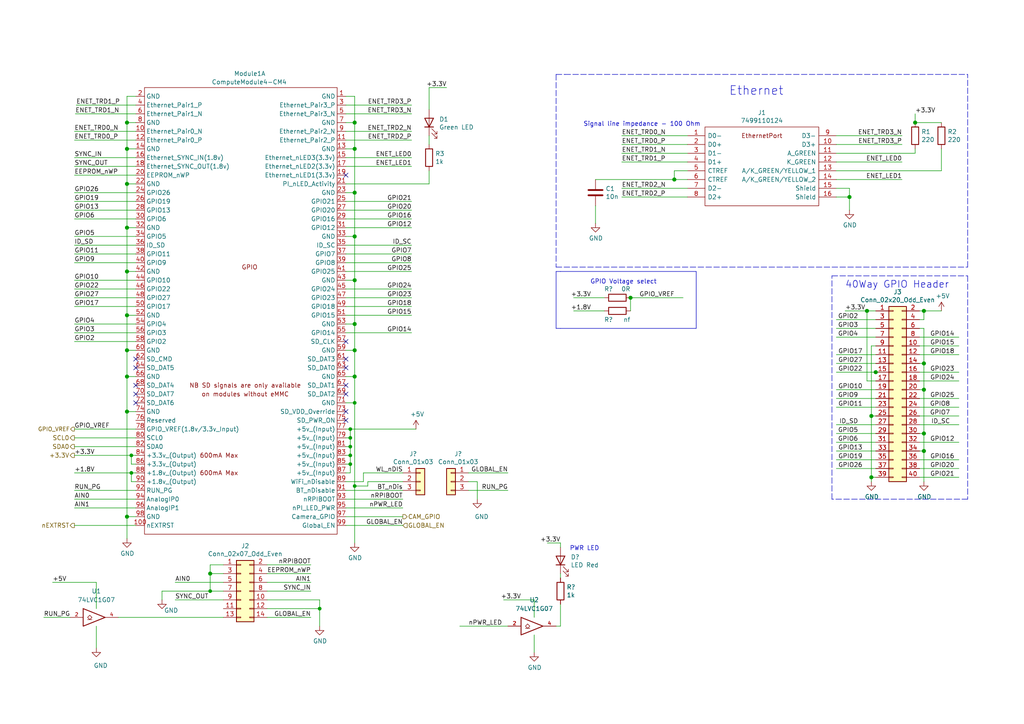
<source format=kicad_sch>
(kicad_sch (version 20210123) (generator eeschema)
  (paper "A4")
  (junction (at 36.83 35.56) (diameter 1.016))
  (junction (at 36.83 43.18) (diameter 1.016))
  (junction (at 36.83 53.34) (diameter 1.016))
  (junction (at 36.83 66.04) (diameter 1.016))
  (junction (at 36.83 78.74) (diameter 1.016))
  (junction (at 36.83 91.44) (diameter 1.016))
  (junction (at 36.83 101.6) (diameter 1.016))
  (junction (at 36.83 109.22) (diameter 1.016))
  (junction (at 36.83 119.38) (diameter 1.016))
  (junction (at 36.83 149.86) (diameter 1.016))
  (junction (at 38.1 132.08) (diameter 0.9144))
  (junction (at 38.1 137.16) (diameter 0.9144))
  (junction (at 60.96 166.37) (diameter 1.016))
  (junction (at 60.96 171.45) (diameter 0.9144))
  (junction (at 92.71 176.53) (diameter 0.9144))
  (junction (at 101.6 124.46) (diameter 0.9144))
  (junction (at 101.6 127) (diameter 0.9144))
  (junction (at 101.6 129.54) (diameter 0.9144))
  (junction (at 101.6 132.08) (diameter 0.9144))
  (junction (at 101.6 134.62) (diameter 0.9144))
  (junction (at 102.87 35.56) (diameter 1.016))
  (junction (at 102.87 43.18) (diameter 1.016))
  (junction (at 102.87 55.88) (diameter 1.016))
  (junction (at 102.87 68.58) (diameter 1.016))
  (junction (at 102.87 81.28) (diameter 1.016))
  (junction (at 102.87 93.98) (diameter 1.016))
  (junction (at 102.87 101.6) (diameter 1.016))
  (junction (at 102.87 109.22) (diameter 1.016))
  (junction (at 102.87 116.84) (diameter 0.9144))
  (junction (at 102.87 140.97) (diameter 0.9144))
  (junction (at 182.88 86.36) (diameter 1.016))
  (junction (at 195.58 52.07) (diameter 1.016))
  (junction (at 246.38 57.15) (diameter 1.016))
  (junction (at 251.46 90.17) (diameter 1.016))
  (junction (at 252.73 120.65) (diameter 1.016))
  (junction (at 252.73 138.43) (diameter 1.016))
  (junction (at 254 107.95) (diameter 1.016))
  (junction (at 265.43 35.56) (diameter 1.016))
  (junction (at 267.97 90.17) (diameter 1.016))
  (junction (at 267.97 105.41) (diameter 1.016))
  (junction (at 267.97 113.03) (diameter 1.016))
  (junction (at 267.97 125.73) (diameter 1.016))
  (junction (at 267.97 130.81) (diameter 1.016))
  (no_connect (at 39.37 104.14))
  (no_connect (at 39.37 106.68))
  (no_connect (at 39.37 111.76))
  (no_connect (at 39.37 114.3))
  (no_connect (at 39.37 116.84))
  (no_connect (at 100.33 50.8))
  (no_connect (at 100.33 99.06))
  (no_connect (at 100.33 104.14))
  (no_connect (at 100.33 106.68))
  (no_connect (at 100.33 111.76))
  (no_connect (at 100.33 114.3))
  (no_connect (at 100.33 119.38))
  (no_connect (at 100.33 121.92))
  (wire (pts (xy 12.7 179.07) (xy 20.32 179.07)))
  (wire (pts (xy 15.24 168.91) (xy 27.94 168.91)))
  (wire (pts (xy 21.59 38.1) (xy 39.37 38.1)))
  (wire (pts (xy 21.59 40.64) (xy 39.37 40.64)))
  (wire (pts (xy 21.59 45.72) (xy 39.37 45.72)))
  (wire (pts (xy 21.59 48.26) (xy 39.37 48.26)))
  (wire (pts (xy 21.59 50.8) (xy 39.37 50.8)))
  (wire (pts (xy 21.59 55.88) (xy 39.37 55.88)))
  (wire (pts (xy 21.59 58.42) (xy 39.37 58.42)))
  (wire (pts (xy 21.59 60.96) (xy 39.37 60.96)))
  (wire (pts (xy 21.59 63.5) (xy 39.37 63.5)))
  (wire (pts (xy 21.59 68.58) (xy 39.37 68.58)))
  (wire (pts (xy 21.59 71.12) (xy 39.37 71.12)))
  (wire (pts (xy 21.59 73.66) (xy 39.37 73.66)))
  (wire (pts (xy 21.59 76.2) (xy 39.37 76.2)))
  (wire (pts (xy 21.59 81.28) (xy 39.37 81.28)))
  (wire (pts (xy 21.59 83.82) (xy 39.37 83.82)))
  (wire (pts (xy 21.59 86.36) (xy 39.37 86.36)))
  (wire (pts (xy 21.59 88.9) (xy 39.37 88.9)))
  (wire (pts (xy 21.59 93.98) (xy 39.37 93.98)))
  (wire (pts (xy 21.59 96.52) (xy 39.37 96.52)))
  (wire (pts (xy 21.59 99.06) (xy 39.37 99.06)))
  (wire (pts (xy 21.59 124.46) (xy 39.37 124.46)))
  (wire (pts (xy 21.59 127) (xy 39.37 127)))
  (wire (pts (xy 21.59 129.54) (xy 39.37 129.54)))
  (wire (pts (xy 21.59 132.08) (xy 38.1 132.08)))
  (wire (pts (xy 21.59 137.16) (xy 38.1 137.16)))
  (wire (pts (xy 21.59 142.24) (xy 39.37 142.24)))
  (wire (pts (xy 21.59 144.78) (xy 39.37 144.78)))
  (wire (pts (xy 21.59 147.32) (xy 39.37 147.32)))
  (wire (pts (xy 21.59 152.4) (xy 39.37 152.4)))
  (wire (pts (xy 21.844 33.02) (xy 39.37 33.02)))
  (wire (pts (xy 22.098 30.48) (xy 39.37 30.48)))
  (wire (pts (xy 27.94 176.53) (xy 27.94 168.91)))
  (wire (pts (xy 27.94 181.61) (xy 27.94 187.96)))
  (wire (pts (xy 34.29 179.07) (xy 64.77 179.07)))
  (wire (pts (xy 36.83 27.94) (xy 36.83 35.56)))
  (wire (pts (xy 36.83 35.56) (xy 36.83 43.18)))
  (wire (pts (xy 36.83 35.56) (xy 39.37 35.56)))
  (wire (pts (xy 36.83 43.18) (xy 36.83 53.34)))
  (wire (pts (xy 36.83 43.18) (xy 39.37 43.18)))
  (wire (pts (xy 36.83 53.34) (xy 36.83 66.04)))
  (wire (pts (xy 36.83 53.34) (xy 39.37 53.34)))
  (wire (pts (xy 36.83 78.74) (xy 36.83 66.04)))
  (wire (pts (xy 36.83 91.44) (xy 36.83 78.74)))
  (wire (pts (xy 36.83 101.6) (xy 36.83 91.44)))
  (wire (pts (xy 36.83 109.22) (xy 36.83 101.6)))
  (wire (pts (xy 36.83 119.38) (xy 36.83 109.22)))
  (wire (pts (xy 36.83 119.38) (xy 36.83 149.86)))
  (wire (pts (xy 36.83 149.86) (xy 36.83 156.21)))
  (wire (pts (xy 38.1 132.08) (xy 38.1 134.62)))
  (wire (pts (xy 38.1 132.08) (xy 39.37 132.08)))
  (wire (pts (xy 38.1 137.16) (xy 38.1 139.7)))
  (wire (pts (xy 38.1 137.16) (xy 39.37 137.16)))
  (wire (pts (xy 39.37 27.94) (xy 36.83 27.94)))
  (wire (pts (xy 39.37 66.04) (xy 36.83 66.04)))
  (wire (pts (xy 39.37 78.74) (xy 36.83 78.74)))
  (wire (pts (xy 39.37 91.44) (xy 36.83 91.44)))
  (wire (pts (xy 39.37 101.6) (xy 36.83 101.6)))
  (wire (pts (xy 39.37 109.22) (xy 36.83 109.22)))
  (wire (pts (xy 39.37 119.38) (xy 36.83 119.38)))
  (wire (pts (xy 39.37 134.62) (xy 38.1 134.62)))
  (wire (pts (xy 39.37 139.7) (xy 38.1 139.7)))
  (wire (pts (xy 39.37 149.86) (xy 36.83 149.86)))
  (wire (pts (xy 46.99 171.45) (xy 60.96 171.45)))
  (wire (pts (xy 46.99 173.99) (xy 46.99 171.45)))
  (wire (pts (xy 50.8 168.91) (xy 64.77 168.91)))
  (wire (pts (xy 50.8 173.99) (xy 64.77 173.99)))
  (wire (pts (xy 60.96 163.83) (xy 60.96 166.37)))
  (wire (pts (xy 60.96 166.37) (xy 60.96 171.45)))
  (wire (pts (xy 60.96 166.37) (xy 64.77 166.37)))
  (wire (pts (xy 60.96 171.45) (xy 64.77 171.45)))
  (wire (pts (xy 64.77 163.83) (xy 60.96 163.83)))
  (wire (pts (xy 77.47 163.83) (xy 90.17 163.83)))
  (wire (pts (xy 77.47 166.37) (xy 90.17 166.37)))
  (wire (pts (xy 77.47 168.91) (xy 90.17 168.91)))
  (wire (pts (xy 77.47 171.45) (xy 90.17 171.45)))
  (wire (pts (xy 77.47 173.99) (xy 92.71 173.99)))
  (wire (pts (xy 77.47 176.53) (xy 92.71 176.53)))
  (wire (pts (xy 77.47 179.07) (xy 90.17 179.07)))
  (wire (pts (xy 92.71 173.99) (xy 92.71 176.53)))
  (wire (pts (xy 92.71 176.53) (xy 92.71 181.61)))
  (wire (pts (xy 100.33 27.94) (xy 102.87 27.94)))
  (wire (pts (xy 100.33 30.48) (xy 119.38 30.48)))
  (wire (pts (xy 100.33 33.02) (xy 119.38 33.02)))
  (wire (pts (xy 100.33 38.1) (xy 119.38 38.1)))
  (wire (pts (xy 100.33 40.64) (xy 119.38 40.64)))
  (wire (pts (xy 100.33 43.18) (xy 102.87 43.18)))
  (wire (pts (xy 100.33 45.72) (xy 119.38 45.72)))
  (wire (pts (xy 100.33 48.26) (xy 119.38 48.26)))
  (wire (pts (xy 100.33 55.88) (xy 102.87 55.88)))
  (wire (pts (xy 100.33 58.42) (xy 119.38 58.42)))
  (wire (pts (xy 100.33 60.96) (xy 119.38 60.96)))
  (wire (pts (xy 100.33 63.5) (xy 119.38 63.5)))
  (wire (pts (xy 100.33 66.04) (xy 119.38 66.04)))
  (wire (pts (xy 100.33 68.58) (xy 102.87 68.58)))
  (wire (pts (xy 100.33 71.12) (xy 119.38 71.12)))
  (wire (pts (xy 100.33 73.66) (xy 119.38 73.66)))
  (wire (pts (xy 100.33 76.2) (xy 119.38 76.2)))
  (wire (pts (xy 100.33 78.74) (xy 119.38 78.74)))
  (wire (pts (xy 100.33 81.28) (xy 102.87 81.28)))
  (wire (pts (xy 100.33 83.82) (xy 119.38 83.82)))
  (wire (pts (xy 100.33 86.36) (xy 119.38 86.36)))
  (wire (pts (xy 100.33 88.9) (xy 119.38 88.9)))
  (wire (pts (xy 100.33 91.44) (xy 119.38 91.44)))
  (wire (pts (xy 100.33 93.98) (xy 102.87 93.98)))
  (wire (pts (xy 100.33 96.52) (xy 119.38 96.52)))
  (wire (pts (xy 100.33 101.6) (xy 102.87 101.6)))
  (wire (pts (xy 100.33 109.22) (xy 102.87 109.22)))
  (wire (pts (xy 100.33 116.84) (xy 102.87 116.84)))
  (wire (pts (xy 100.33 124.46) (xy 101.6 124.46)))
  (wire (pts (xy 100.33 127) (xy 101.6 127)))
  (wire (pts (xy 100.33 129.54) (xy 101.6 129.54)))
  (wire (pts (xy 100.33 132.08) (xy 101.6 132.08)))
  (wire (pts (xy 100.33 134.62) (xy 101.6 134.62)))
  (wire (pts (xy 100.33 137.16) (xy 101.6 137.16)))
  (wire (pts (xy 100.33 139.7) (xy 105.41 139.7)))
  (wire (pts (xy 100.33 142.24) (xy 116.84 142.24)))
  (wire (pts (xy 100.33 144.78) (xy 116.84 144.78)))
  (wire (pts (xy 100.33 147.32) (xy 116.84 147.32)))
  (wire (pts (xy 100.33 149.86) (xy 116.84 149.86)))
  (wire (pts (xy 100.33 152.4) (xy 116.84 152.4)))
  (wire (pts (xy 101.6 124.46) (xy 101.6 127)))
  (wire (pts (xy 101.6 124.46) (xy 120.65 124.46)))
  (wire (pts (xy 101.6 127) (xy 101.6 129.54)))
  (wire (pts (xy 101.6 129.54) (xy 101.6 132.08)))
  (wire (pts (xy 101.6 132.08) (xy 101.6 134.62)))
  (wire (pts (xy 101.6 134.62) (xy 101.6 137.16)))
  (wire (pts (xy 102.87 27.94) (xy 102.87 35.56)))
  (wire (pts (xy 102.87 35.56) (xy 100.33 35.56)))
  (wire (pts (xy 102.87 35.56) (xy 102.87 43.18)))
  (wire (pts (xy 102.87 55.88) (xy 102.87 43.18)))
  (wire (pts (xy 102.87 68.58) (xy 102.87 55.88)))
  (wire (pts (xy 102.87 81.28) (xy 102.87 68.58)))
  (wire (pts (xy 102.87 93.98) (xy 102.87 81.28)))
  (wire (pts (xy 102.87 101.6) (xy 102.87 93.98)))
  (wire (pts (xy 102.87 109.22) (xy 102.87 101.6)))
  (wire (pts (xy 102.87 116.84) (xy 102.87 109.22)))
  (wire (pts (xy 102.87 116.84) (xy 102.87 140.97)))
  (wire (pts (xy 102.87 140.97) (xy 102.87 157.48)))
  (wire (pts (xy 102.87 140.97) (xy 106.68 140.97)))
  (wire (pts (xy 105.41 137.16) (xy 105.41 139.7)))
  (wire (pts (xy 105.41 137.16) (xy 116.84 137.16)))
  (wire (pts (xy 106.68 139.7) (xy 106.68 140.97)))
  (wire (pts (xy 106.68 139.7) (xy 116.84 139.7)))
  (wire (pts (xy 124.46 25.4) (xy 124.46 31.75)))
  (wire (pts (xy 124.46 25.4) (xy 129.54 25.4)))
  (wire (pts (xy 124.46 39.37) (xy 124.46 41.91)))
  (wire (pts (xy 124.46 49.53) (xy 124.46 53.34)))
  (wire (pts (xy 124.46 53.34) (xy 100.33 53.34)))
  (wire (pts (xy 133.35 181.61) (xy 147.32 181.61)))
  (wire (pts (xy 135.89 137.16) (xy 147.32 137.16)))
  (wire (pts (xy 135.89 139.7) (xy 138.43 139.7)))
  (wire (pts (xy 135.89 142.24) (xy 147.32 142.24)))
  (wire (pts (xy 138.43 139.7) (xy 138.43 144.78)))
  (wire (pts (xy 154.94 173.99) (xy 146.05 173.99)))
  (wire (pts (xy 154.94 179.07) (xy 154.94 173.99)))
  (wire (pts (xy 154.94 184.15) (xy 154.94 189.23)))
  (wire (pts (xy 162.56 157.48) (xy 158.75 157.48)))
  (wire (pts (xy 162.56 158.75) (xy 162.56 157.48)))
  (wire (pts (xy 162.56 166.37) (xy 162.56 167.64)))
  (wire (pts (xy 162.56 175.26) (xy 162.56 181.61)))
  (wire (pts (xy 162.56 181.61) (xy 161.29 181.61)))
  (wire (pts (xy 166.37 86.36) (xy 175.26 86.36)))
  (wire (pts (xy 166.37 90.17) (xy 175.26 90.17)))
  (wire (pts (xy 172.72 52.07) (xy 195.58 52.07)))
  (wire (pts (xy 172.72 59.69) (xy 172.72 64.77)))
  (wire (pts (xy 180.34 39.37) (xy 199.39 39.37)))
  (wire (pts (xy 180.34 41.91) (xy 199.39 41.91)))
  (wire (pts (xy 180.34 44.45) (xy 199.39 44.45)))
  (wire (pts (xy 180.34 46.99) (xy 199.39 46.99)))
  (wire (pts (xy 180.34 54.61) (xy 199.39 54.61)))
  (wire (pts (xy 180.34 57.15) (xy 199.39 57.15)))
  (wire (pts (xy 182.88 86.36) (xy 182.88 90.17)))
  (wire (pts (xy 182.88 86.36) (xy 198.12 86.36)))
  (wire (pts (xy 195.58 49.53) (xy 195.58 52.07)))
  (wire (pts (xy 195.58 52.07) (xy 199.39 52.07)))
  (wire (pts (xy 199.39 49.53) (xy 195.58 49.53)))
  (wire (pts (xy 242.57 39.37) (xy 261.62 39.37)))
  (wire (pts (xy 242.57 41.91) (xy 261.62 41.91)))
  (wire (pts (xy 242.57 46.99) (xy 261.62 46.99)))
  (wire (pts (xy 242.57 52.07) (xy 261.62 52.07)))
  (wire (pts (xy 242.57 54.61) (xy 246.38 54.61)))
  (wire (pts (xy 242.57 57.15) (xy 246.38 57.15)))
  (wire (pts (xy 242.57 92.71) (xy 254 92.71)))
  (wire (pts (xy 242.57 95.25) (xy 254 95.25)))
  (wire (pts (xy 242.57 97.79) (xy 254 97.79)))
  (wire (pts (xy 242.57 102.87) (xy 254 102.87)))
  (wire (pts (xy 242.57 105.41) (xy 254 105.41)))
  (wire (pts (xy 242.57 107.95) (xy 254 107.95)))
  (wire (pts (xy 242.57 113.03) (xy 254 113.03)))
  (wire (pts (xy 242.57 115.57) (xy 254 115.57)))
  (wire (pts (xy 242.57 118.11) (xy 254 118.11)))
  (wire (pts (xy 242.57 123.19) (xy 254 123.19)))
  (wire (pts (xy 242.57 125.73) (xy 254 125.73)))
  (wire (pts (xy 242.57 128.27) (xy 254 128.27)))
  (wire (pts (xy 242.57 130.81) (xy 254 130.81)))
  (wire (pts (xy 242.57 133.35) (xy 254 133.35)))
  (wire (pts (xy 242.57 135.89) (xy 254 135.89)))
  (wire (pts (xy 245.11 90.17) (xy 251.46 90.17)))
  (wire (pts (xy 246.38 54.61) (xy 246.38 57.15)))
  (wire (pts (xy 246.38 57.15) (xy 246.38 60.96)))
  (wire (pts (xy 251.46 90.17) (xy 251.46 110.49)))
  (wire (pts (xy 251.46 110.49) (xy 254 110.49)))
  (wire (pts (xy 252.73 100.33) (xy 252.73 120.65)))
  (wire (pts (xy 252.73 120.65) (xy 252.73 138.43)))
  (wire (pts (xy 252.73 120.65) (xy 254 120.65)))
  (wire (pts (xy 252.73 138.43) (xy 252.73 139.7)))
  (wire (pts (xy 252.73 138.43) (xy 254 138.43)))
  (wire (pts (xy 254 90.17) (xy 251.46 90.17)))
  (wire (pts (xy 254 100.33) (xy 252.73 100.33)))
  (wire (pts (xy 254 107.95) (xy 256.54 107.95)))
  (wire (pts (xy 265.43 33.02) (xy 265.43 35.56)))
  (wire (pts (xy 265.43 43.18) (xy 265.43 44.45)))
  (wire (pts (xy 265.43 44.45) (xy 242.57 44.45)))
  (wire (pts (xy 266.7 90.17) (xy 267.97 90.17)))
  (wire (pts (xy 266.7 92.71) (xy 267.97 92.71)))
  (wire (pts (xy 266.7 95.25) (xy 267.97 95.25)))
  (wire (pts (xy 266.7 97.79) (xy 278.13 97.79)))
  (wire (pts (xy 266.7 100.33) (xy 278.13 100.33)))
  (wire (pts (xy 266.7 102.87) (xy 278.13 102.87)))
  (wire (pts (xy 266.7 107.95) (xy 278.13 107.95)))
  (wire (pts (xy 266.7 110.49) (xy 278.13 110.49)))
  (wire (pts (xy 266.7 115.57) (xy 278.13 115.57)))
  (wire (pts (xy 266.7 118.11) (xy 278.13 118.11)))
  (wire (pts (xy 266.7 120.65) (xy 278.13 120.65)))
  (wire (pts (xy 266.7 123.19) (xy 278.13 123.19)))
  (wire (pts (xy 266.7 125.73) (xy 267.97 125.73)))
  (wire (pts (xy 266.7 128.27) (xy 278.13 128.27)))
  (wire (pts (xy 266.7 130.81) (xy 267.97 130.81)))
  (wire (pts (xy 266.7 133.35) (xy 278.13 133.35)))
  (wire (pts (xy 266.7 135.89) (xy 278.13 135.89)))
  (wire (pts (xy 266.7 138.43) (xy 278.13 138.43)))
  (wire (pts (xy 267.97 90.17) (xy 273.05 90.17)))
  (wire (pts (xy 267.97 92.71) (xy 267.97 90.17)))
  (wire (pts (xy 267.97 95.25) (xy 267.97 105.41)))
  (wire (pts (xy 267.97 105.41) (xy 266.7 105.41)))
  (wire (pts (xy 267.97 105.41) (xy 267.97 113.03)))
  (wire (pts (xy 267.97 113.03) (xy 266.7 113.03)))
  (wire (pts (xy 267.97 125.73) (xy 267.97 113.03)))
  (wire (pts (xy 267.97 130.81) (xy 267.97 125.73)))
  (wire (pts (xy 267.97 130.81) (xy 267.97 139.7)))
  (wire (pts (xy 273.05 35.56) (xy 265.43 35.56)))
  (wire (pts (xy 273.05 43.18) (xy 273.05 49.53)))
  (wire (pts (xy 273.05 49.53) (xy 242.57 49.53)))
  (polyline (pts (xy 161.29 21.59) (xy 161.29 77.47)) (stroke (width 0) (type dash)))
  (polyline (pts (xy 161.29 21.59) (xy 163.83 21.59)) (stroke (width 0) (type dash)))
  (polyline (pts (xy 161.29 77.47) (xy 280.67 77.47)) (stroke (width 0) (type dash)))
  (polyline (pts (xy 161.29 95.25) (xy 161.29 78.74)) (stroke (width 0) (type solid)))
  (polyline (pts (xy 161.29 95.25) (xy 162.56 95.25)) (stroke (width 0) (type solid)))
  (polyline (pts (xy 162.56 78.74) (xy 161.29 78.74)) (stroke (width 0) (type solid)))
  (polyline (pts (xy 162.56 78.74) (xy 201.93 78.74)) (stroke (width 0) (type solid)))
  (polyline (pts (xy 163.83 21.59) (xy 280.67 21.59)) (stroke (width 0) (type dash)))
  (polyline (pts (xy 201.93 78.74) (xy 201.93 95.25)) (stroke (width 0) (type solid)))
  (polyline (pts (xy 201.93 95.25) (xy 162.56 95.25)) (stroke (width 0) (type solid)))
  (polyline (pts (xy 241.3 80.01) (xy 280.67 80.01)) (stroke (width 0) (type dash)))
  (polyline (pts (xy 241.3 144.78) (xy 241.3 80.01)) (stroke (width 0) (type dash)))
  (polyline (pts (xy 280.67 77.47) (xy 280.67 21.59)) (stroke (width 0) (type dash)))
  (polyline (pts (xy 280.67 80.01) (xy 280.67 144.78)) (stroke (width 0) (type dash)))
  (polyline (pts (xy 280.67 144.78) (xy 241.3 144.78)) (stroke (width 0) (type dash)))
  (text "PWR LED" (at 165.227 159.893 0) (effects (font (size 1.27 1.27)) (justify left bottom)))
  (text "GPIO Voltage select\n" (at 190.5 82.55 180) (effects (font (size 1.27 1.27)) (justify right bottom)))
  (text "Signal line impedance - 100 Ohm" (at 203.2 36.83 180) (effects (font (size 1.27 1.27)) (justify right bottom)))
  (text "Ethernet\n" (at 227.33 27.94 180) (effects (font (size 2.54 2.54)) (justify right bottom)))
  (text "40Way GPIO Header" (at 245.11 83.82 0) (effects (font (size 2.007 2.007)) (justify left bottom)))
  (label "RUN_PG" (at 12.7 179.07 0))
  (label "+5V" (at 15.24 168.91 0))
  (label "ENET_TRD0_N" (at 21.59 38.1 0))
  (label "ENET_TRD0_P" (at 21.59 40.64 0))
  (label "SYNC_IN" (at 21.59 45.72 0))
  (label "SYNC_OUT" (at 21.59 48.26 0))
  (label "EEPROM_nWP" (at 21.59 50.8 0))
  (label "GPIO26" (at 21.59 55.88 0))
  (label "GPIO19" (at 21.59 58.42 0))
  (label "GPIO13" (at 21.59 60.96 0))
  (label "GPIO6" (at 21.59 63.5 0))
  (label "GPIO5" (at 21.59 68.58 0))
  (label "ID_SD" (at 21.59 71.12 0))
  (label "GPIO11" (at 21.59 73.66 0))
  (label "GPIO9" (at 21.59 76.2 0))
  (label "GPIO10" (at 21.59 81.28 0))
  (label "GPIO22" (at 21.59 83.82 0))
  (label "GPIO27" (at 21.59 86.36 0))
  (label "GPIO17" (at 21.59 88.9 0))
  (label "GPIO4" (at 21.59 93.98 0))
  (label "GPIO3" (at 21.59 96.52 0))
  (label "GPIO2" (at 21.59 99.06 0))
  (label "GPIO_VREF" (at 21.59 124.46 0))
  (label "+3.3V" (at 21.59 132.08 0))
  (label "+1.8V" (at 21.59 137.16 0))
  (label "RUN_PG" (at 21.59 142.24 0))
  (label "AIN0" (at 21.59 144.78 0))
  (label "AIN1" (at 21.59 147.32 0))
  (label "ENET_TRD1_N" (at 21.844 33.02 0))
  (label "ENET_TRD1_P" (at 22.098 30.48 0))
  (label "AIN0" (at 50.8 168.91 0))
  (label "SYNC_OUT" (at 50.8 173.99 0))
  (label "nRPIBOOT" (at 90.17 163.83 180))
  (label "EEPROM_nWP" (at 90.17 166.37 180))
  (label "AIN1" (at 90.17 168.91 180))
  (label "SYNC_IN" (at 90.17 171.45 180))
  (label "GLOBAL_EN" (at 90.17 179.07 180))
  (label "WL_nDIS" (at 116.84 137.16 180))
  (label "BT_nDis" (at 116.84 142.24 180))
  (label "nRPIBOOT" (at 116.84 144.78 180))
  (label "nPWR_LED" (at 116.84 147.32 180))
  (label "GLOBAL_EN" (at 116.84 152.4 180))
  (label "ENET_TRD3_P" (at 119.38 30.48 180))
  (label "ENET_TRD3_N" (at 119.38 33.02 180))
  (label "ENET_TRD2_N" (at 119.38 38.1 180))
  (label "ENET_TRD2_P" (at 119.38 40.64 180))
  (label "ENET_LED0" (at 119.38 45.72 180))
  (label "ENET_LED1" (at 119.38 48.26 180))
  (label "GPIO21" (at 119.38 58.42 180))
  (label "GPIO20" (at 119.38 60.96 180))
  (label "GPIO16" (at 119.38 63.5 180))
  (label "GPIO12" (at 119.38 66.04 180))
  (label "ID_SC" (at 119.38 71.12 180))
  (label "GPIO7" (at 119.38 73.66 180))
  (label "GPIO8" (at 119.38 76.2 180))
  (label "GPIO25" (at 119.38 78.74 180))
  (label "GPIO24" (at 119.38 83.82 180))
  (label "GPIO23" (at 119.38 86.36 180))
  (label "GPIO18" (at 119.38 88.9 180))
  (label "GPIO15" (at 119.38 91.44 180))
  (label "GPIO14" (at 119.38 96.52 180))
  (label "+3.3V" (at 129.54 25.4 180))
  (label "nPWR_LED" (at 135.89 181.61 0))
  (label "GLOBAL_EN" (at 147.32 137.16 180))
  (label "RUN_PG" (at 147.32 142.24 180))
  (label "+3.3V" (at 151.13 173.99 180))
  (label "+3.3V" (at 162.56 157.48 180))
  (label "+3.3V" (at 171.45 86.36 180))
  (label "+1.8V" (at 171.45 90.17 180))
  (label "ENET_TRD0_N" (at 180.34 39.37 0))
  (label "ENET_TRD0_P" (at 180.34 41.91 0))
  (label "ENET_TRD1_N" (at 180.34 44.45 0))
  (label "ENET_TRD1_P" (at 180.34 46.99 0))
  (label "ENET_TRD2_N" (at 180.34 54.61 0))
  (label "ENET_TRD2_P" (at 180.34 57.15 0))
  (label "GPIO_VREF" (at 185.42 86.36 0))
  (label "+3.3V" (at 245.11 90.17 0))
  (label "GPIO2" (at 248.92 92.71 180))
  (label "GPIO3" (at 248.92 95.25 180))
  (label "GPIO4" (at 248.92 97.79 180))
  (label "GPIO9" (at 248.92 115.57 180))
  (label "ID_SD" (at 248.92 123.19 180))
  (label "GPIO5" (at 248.92 125.73 180))
  (label "GPIO6" (at 248.92 128.27 180))
  (label "GPIO17" (at 250.19 102.87 180))
  (label "GPIO27" (at 250.19 105.41 180))
  (label "GPIO22" (at 250.19 107.95 180))
  (label "GPIO10" (at 250.19 113.03 180))
  (label "GPIO11" (at 250.19 118.11 180))
  (label "GPIO13" (at 250.19 130.81 180))
  (label "GPIO19" (at 250.19 133.35 180))
  (label "GPIO26" (at 250.19 135.89 180))
  (label "ENET_TRD3_N" (at 261.62 39.37 180))
  (label "ENET_TRD3_P" (at 261.62 41.91 180))
  (label "ENET_LED0" (at 261.62 46.99 180))
  (label "ENET_LED1" (at 261.62 52.07 180))
  (label "+3.3V" (at 265.43 33.02 0))
  (label "GPIO8" (at 275.59 118.11 180))
  (label "GPIO7" (at 275.59 120.65 180))
  (label "ID_SC" (at 275.59 123.19 180))
  (label "GPIO14" (at 276.86 97.79 180))
  (label "GPIO15" (at 276.86 100.33 180))
  (label "GPIO18" (at 276.86 102.87 180))
  (label "GPIO23" (at 276.86 107.95 180))
  (label "GPIO24" (at 276.86 110.49 180))
  (label "GPIO25" (at 276.86 115.57 180))
  (label "GPIO12" (at 276.86 128.27 180))
  (label "GPIO16" (at 276.86 133.35 180))
  (label "GPIO20" (at 276.86 135.89 180))
  (label "GPIO21" (at 276.86 138.43 180))
  (hierarchical_label "GPIO_VREF" (shape output) (at 21.59 124.46 180) (effects (font (size 1.15 1.15))))
  (hierarchical_label "SCL0" (shape output) (at 21.59 127 180))
  (hierarchical_label "SDA0" (shape output) (at 21.59 129.54 180))
  (hierarchical_label "+3.3V" (shape output) (at 21.59 132.08 180))
  (hierarchical_label "nEXTRST" (shape output) (at 21.59 152.4 180))
  (hierarchical_label "CAM_GPIO" (shape output) (at 116.84 149.86 0))
  (hierarchical_label "GLOBAL_EN" (shape input) (at 116.84 152.4 0))
  (symbol (lib_id "power:+5V") (at 120.65 124.46 0) (unit 1)
    (property "Reference" "#PWR03" (effects hide))
    (property "Value" "+5V" (at 121.0183 120.1356 0))
  )
  (symbol (lib_id "power:+5V") (at 273.05 90.17 0) (unit 1)
    (property "Reference" "#PWR011" (effects hide))
    (property "Value" "+5V" (at 273.4183 85.8456 0))
  )
  (symbol (lib_id "power:GND") (at 27.94 187.96 0) (unit 1)
    (property "Reference" "#PWR?" (effects hide))
    (property "Value" "GND" (at 29.21 193.04 0))
  )
  (symbol (lib_id "power:GND") (at 36.83 156.21 0) (unit 1)
    (property "Reference" "#PWR01" (effects hide))
    (property "Value" "GND" (at 36.9443 160.5344 0))
  )
  (symbol (lib_id "power:GND") (at 46.99 173.99 0) (unit 1)
    (property "Reference" "#PWR06" (effects hide))
    (property "Value" "GND" (at 49.6443 177.0444 0))
  )
  (symbol (lib_id "power:GND") (at 92.71 181.61 0) (unit 1)
    (property "Reference" "#PWR07" (effects hide))
    (property "Value" "GND" (at 92.8243 185.9344 0))
  )
  (symbol (lib_id "power:GND") (at 102.87 157.48 0) (unit 1)
    (property "Reference" "#PWR02" (effects hide))
    (property "Value" "GND" (at 102.9843 161.8044 0))
  )
  (symbol (lib_id "power:GND") (at 138.43 144.78 0) (unit 1)
    (property "Reference" "#PWR?" (effects hide))
    (property "Value" "GND" (at 139.7 149.86 0))
  )
  (symbol (lib_id "power:GND") (at 154.94 189.23 0) (unit 1)
    (property "Reference" "#PWR?" (effects hide))
    (property "Value" "GND" (at 155.067 193.6242 0))
  )
  (symbol (lib_id "power:GND") (at 172.72 64.77 0) (unit 1)
    (property "Reference" "#PWR04" (effects hide))
    (property "Value" "GND" (at 172.8343 69.0944 0))
  )
  (symbol (lib_id "power:GND") (at 246.38 60.96 0) (unit 1)
    (property "Reference" "#PWR0101" (effects hide))
    (property "Value" "GND" (at 246.4943 65.2844 0))
  )
  (symbol (lib_id "power:GND") (at 252.73 139.7 0) (unit 1)
    (property "Reference" "#PWR09" (effects hide))
    (property "Value" "GND" (at 252.857 144.0942 0))
  )
  (symbol (lib_id "power:GND") (at 267.97 139.7 0) (unit 1)
    (property "Reference" "#PWR010" (effects hide))
    (property "Value" "GND" (at 268.097 144.0942 0))
  )
  (symbol (lib_id "Device:R") (at 124.46 45.72 0) (unit 1)
    (property "Reference" "R3" (at 126.2381 44.5706 0) (effects (justify left)))
    (property "Value" "1k" (at 126.2381 46.8693 0) (effects (justify left)))
  )
  (symbol (lib_id "Device:R") (at 162.56 171.45 0) (unit 1)
    (property "Reference" "R?" (at 164.338 170.2816 0) (effects (justify left)))
    (property "Value" "1k" (at 164.338 172.593 0) (effects (justify left)))
    (property "Footprint" "Resistor_SMD:R_0402_1005Metric" (effects hide))
    (property "Datasheet" "https://fscdn.rohm.com/en/products/databook/datasheet/passive/resistor/chip_resistor/mcr-e.pdf" (effects hide))
    (property "Field4" "Farnell" (effects hide))
    (property "Field5" "9239235" (effects hide))
    (property "Field7" "KOA EUROPE GMBH" (effects hide))
    (property "Field6" "RK73H1ETTP1001F" (effects hide))
    (property "Part Description" "Resistor 1K M1005 1% 63mW" (effects hide))
    (property "Field8" "125049511" (effects hide))
  )
  (symbol (lib_id "Device:R") (at 179.07 86.36 90) (unit 1)
    (property "Reference" "R?" (at 177.8 83.82 90) (effects (justify left)))
    (property "Value" "0R" (at 182.88 83.82 90) (effects (justify left)))
    (property "Footprint" "Resistor_SMD:R_0805_2012Metric_Pad1.15x1.40mm_HandSolder" (effects hide))
    (property "Datasheet" "https://fscdn.rohm.com/en/products/databook/datasheet/passive/resistor/chip_resistor/mcr-e.pdf" (effects hide))
    (property "Field4" "Farnell" (effects hide))
    (property "Field5" "9233750" (effects hide))
    (property "Field7" "Rohm" (effects hide))
    (property "Field6" "MCR10EZPJ000" (effects hide))
    (property "Part Description" "Resistor 0R M2012 5% " (effects hide))
    (property "Field8" "121629591" (effects hide))
  )
  (symbol (lib_id "Device:R") (at 179.07 90.17 90) (unit 1)
    (property "Reference" "R?" (at 177.8 92.71 90) (effects (justify left)))
    (property "Value" "nf" (at 182.88 92.71 90) (effects (justify left)))
    (property "Footprint" "Resistor_SMD:R_0805_2012Metric_Pad1.15x1.40mm_HandSolder" (effects hide))
    (property "Datasheet" "https://fscdn.rohm.com/en/products/databook/datasheet/passive/resistor/chip_resistor/mcr-e.pdf" (effects hide))
    (property "Field4" "nf" (effects hide))
    (property "Field5" "nf" (effects hide))
    (property "Field6" "nf" (effects hide))
  )
  (symbol (lib_id "Device:R") (at 265.43 39.37 180) (unit 1)
    (property "Reference" "R1" (at 267.2081 38.2206 0) (effects (justify right)))
    (property "Value" "220" (at 267.2081 40.5193 0) (effects (justify right)))
  )
  (symbol (lib_id "Device:R") (at 273.05 39.37 180) (unit 1)
    (property "Reference" "R2" (at 274.8281 38.2206 0) (effects (justify right)))
    (property "Value" "220" (at 274.8281 40.5193 0) (effects (justify right)))
  )
  (symbol (lib_id "Device:LED") (at 124.46 35.56 90) (unit 1)
    (property "Reference" "D1" (at 127.3811 34.6011 90) (effects (justify right)))
    (property "Value" "Green LED" (at 127.3811 36.8998 90) (effects (justify right)))
  )
  (symbol (lib_id "Device:LED") (at 162.56 162.56 90) (unit 1)
    (property "Reference" "D?" (at 165.5318 161.5694 90) (effects (justify right)))
    (property "Value" "LED Red" (at 165.5318 163.8808 90) (effects (justify right)))
    (property "Footprint" "LED_SMD:LED_0603_1608Metric" (effects hide))
    (property "Datasheet" "http://optoelectronics.liteon.com/upload/download/DS22-2000-210/LTST-S270KRKT.pdf" (effects hide))
    (property "Field4" "Digikey " (effects hide))
    (property "Field5" "	LTST-S270KRKT" (effects hide))
    (property "Field6" "SML-A12U8TT86Q" (effects hide))
    (property "Field7" "Rohm" (effects hide))
    (property "Field8" "650295101" (effects hide))
    (property "Part Description" "	Red 620nm LED Indication - Discrete 2.2V 2-SMD, No Lead" (effects hide))
  )
  (symbol (lib_id "Device:C") (at 172.72 55.88 0) (unit 1)
    (property "Reference" "C1" (at 175.6411 54.7306 0) (effects (justify left)))
    (property "Value" "10n" (at 175.6411 57.0293 0) (effects (justify left)))
  )
  (symbol (lib_id "Connector_Generic:Conn_01x03") (at 121.92 139.7 0) (unit 1)
    (property "Reference" "J?" (at 119.8372 131.6482 0))
    (property "Value" "Conn_01x03" (at 119.8372 133.9596 0))
    (property "Footprint" "Connector_PinHeader_2.54mm:PinHeader_1x03_P2.54mm_Vertical" (effects hide))
    (property "Field4" "nf" (effects hide))
    (property "Field5" "nf" (effects hide))
    (property "Field6" "nf" (effects hide))
    (property "Field7" "nf" (effects hide))
    (property "Part Description" "3pin 0.1\" connector" (effects hide))
  )
  (symbol (lib_id "Connector_Generic:Conn_01x03") (at 130.81 139.7 0) (mirror y) (unit 1)
    (property "Reference" "J?" (at 132.8928 131.6482 0))
    (property "Value" "Conn_01x03" (at 132.8928 133.9596 0))
    (property "Footprint" "Connector_PinHeader_2.54mm:PinHeader_1x03_P2.54mm_Vertical" (effects hide))
    (property "Field4" "nf" (effects hide))
    (property "Field5" "nf" (effects hide))
    (property "Field6" "nf" (effects hide))
    (property "Field7" "nf" (effects hide))
    (property "Part Description" "3pin 0.1\" connector" (effects hide))
  )
  (symbol (lib_id "74xGxx:74LVC1G07") (at 27.94 179.07 0) (unit 1)
    (property "Reference" "U1" (at 27.94 171.45 0))
    (property "Value" "74LVC1G07" (at 27.94 173.99 0))
    (property "Footprint" "Package_TO_SOT_SMD:SOT-353_SC-70-5_Handsoldering" (effects hide))
    (property "Datasheet" "http://www.ti.com/lit/sg/scyt129e/scyt129e.pdf" (effects hide))
  )
  (symbol (lib_id "74xGxx:74LVC1G07") (at 154.94 181.61 0) (unit 1)
    (property "Reference" "U2" (at 154.94 173.99 0))
    (property "Value" "74LVC1G07" (at 154.94 176.53 0))
    (property "Footprint" "Package_TO_SOT_SMD:SOT-353_SC-70-5_Handsoldering" (effects hide))
    (property "Datasheet" "http://www.ti.com/lit/sg/scyt129e/scyt129e.pdf" (effects hide))
  )
  (symbol (lib_id "Connector_Generic:Conn_02x07_Odd_Even") (at 69.85 171.45 0) (unit 1)
    (property "Reference" "J2" (at 71.12 158.3498 0))
    (property "Value" "Conn_02x07_Odd_Even" (at 71.12 160.6485 0))
  )
  (symbol (lib_name "Connector_Generic:Conn_02x20_Odd_Even_1") (lib_id "Connector_Generic:Conn_02x20_Odd_Even") (at 259.08 113.03 0) (unit 1)
    (property "Reference" "J3" (at 260.35 84.6898 0))
    (property "Value" "Conn_02x20_Odd_Even" (at 260.35 86.9885 0))
  )
  (symbol (lib_id "RPI_CM4_video_preview:7499110124") (at 199.39 39.37 0) (unit 1)
    (property "Reference" "J1" (at 220.98 32.6706 0))
    (property "Value" "7499110124" (at 220.98 34.9693 0))
    (property "Footprint" "7499110124" (effects hide))
    (property "Datasheet" "https://katalog.we-online.de/pbs/datasheet/7499110124.pdf" (effects hide))
    (property "Description" "Through Hole Lan Ethernet Transformer, 16.2 x 13.5 x 25.3mm, -40  +85 C" (effects hide))
    (property "Height" "13.5" (effects hide))
    (property "Mouser Part Number" "710-7499110124" (effects hide))
    (property "Mouser Price/Stock" "https://www.mouser.co.uk/ProductDetail/Wurth-Elektronik/7499110124?qs=SaTeGCoDkn1PvCMdPPvy%2FA%3D%3D" (effects hide))
    (property "Manufacturer_Name" "Wurth Elektronik" (effects hide))
    (property "Manufacturer_Part_Number" "7499110124" (effects hide))
  )
  (symbol (lib_id "RPI_CM4_video_preview:ComputeModule4-CM4") (at 72.39 83.82 0) (unit 1)
    (property "Reference" "Module1" (at 72.4408 21.3422 0))
    (property "Value" "ComputeModule4-CM4" (at 72.2884 23.7933 0))
    (property "Footprint" "CM4IO:Raspberry-Pi-4-Compute-Module" (effects hide))
    (property "Field4" "Hirose" (effects hide))
    (property "Field5" "2x DF40C-100DS-0.4V" (effects hide))
  )
)
</source>
